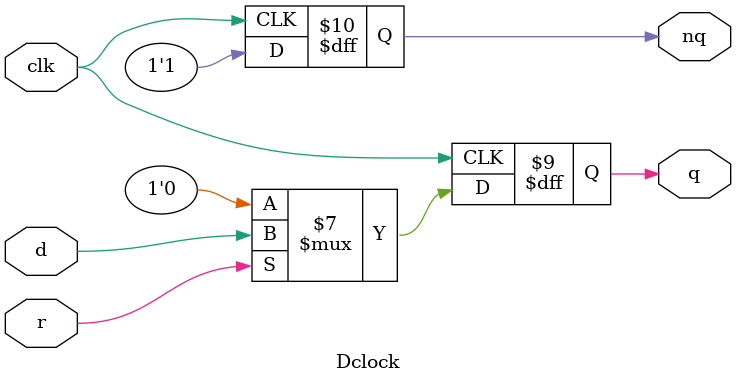
<source format=v>
`timescale 1ns / 1ps
module Dclock(
clk,
r,
d,
q,
nq
    );
    input clk,r,d;
    output reg q,nq;
    always @(posedge clk)
        begin
            if(r)begin
              q=d;
              nq=~d;
             end
             else 
             q=0;
             nq=1;
        end
endmodule

</source>
